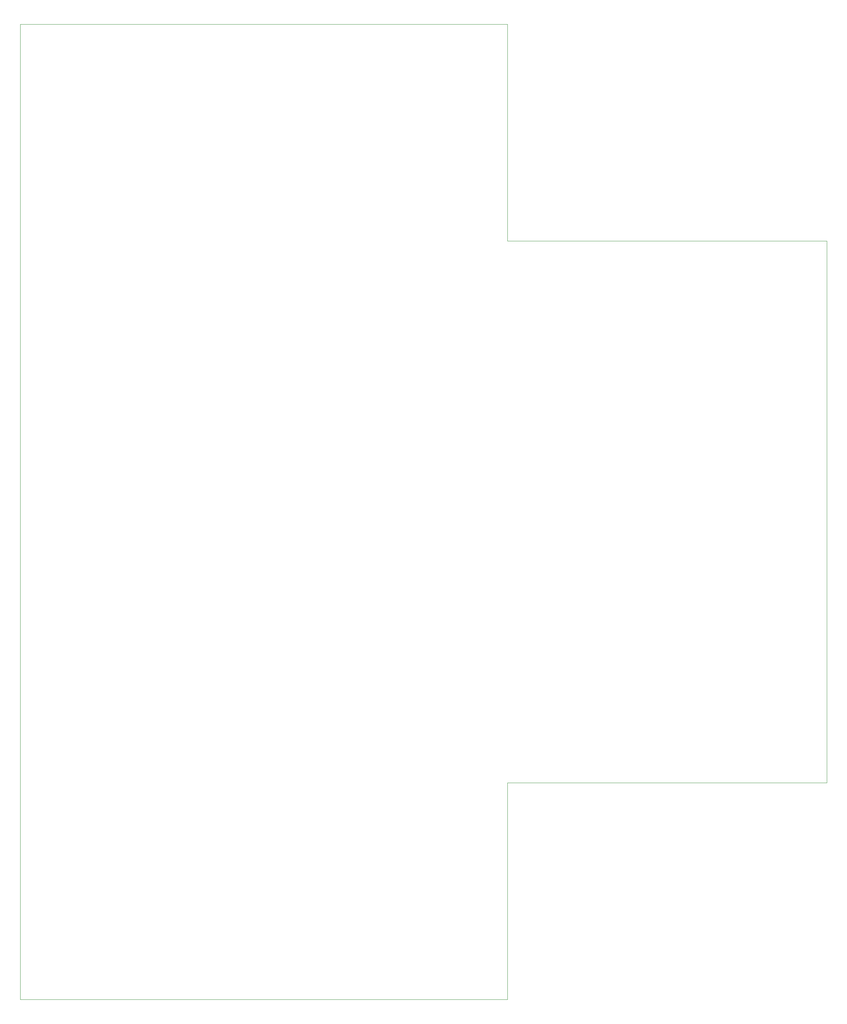
<source format=gbr>
%TF.GenerationSoftware,Altium Limited,Altium Designer,25.0.2 (28)*%
G04 Layer_Color=0*
%FSLAX45Y45*%
%MOMM*%
%TF.SameCoordinates,BFBE90A8-51B7-47FB-822D-EC39B52C7656*%
%TF.FilePolarity,Positive*%
%TF.FileFunction,Profile,NP*%
%TF.Part,Single*%
G01*
G75*
%TA.AperFunction,Profile*%
%ADD95C,0.02540*%
D95*
X21463000Y8890000D02*
X13970000D01*
Y3810000D01*
X2540000D01*
Y26670001D01*
X13970000D01*
Y21589999D01*
X21463000D01*
Y8890000D01*
%TF.MD5,e5fd98a7560a881f967b43aa1ebce4ac*%
M02*

</source>
